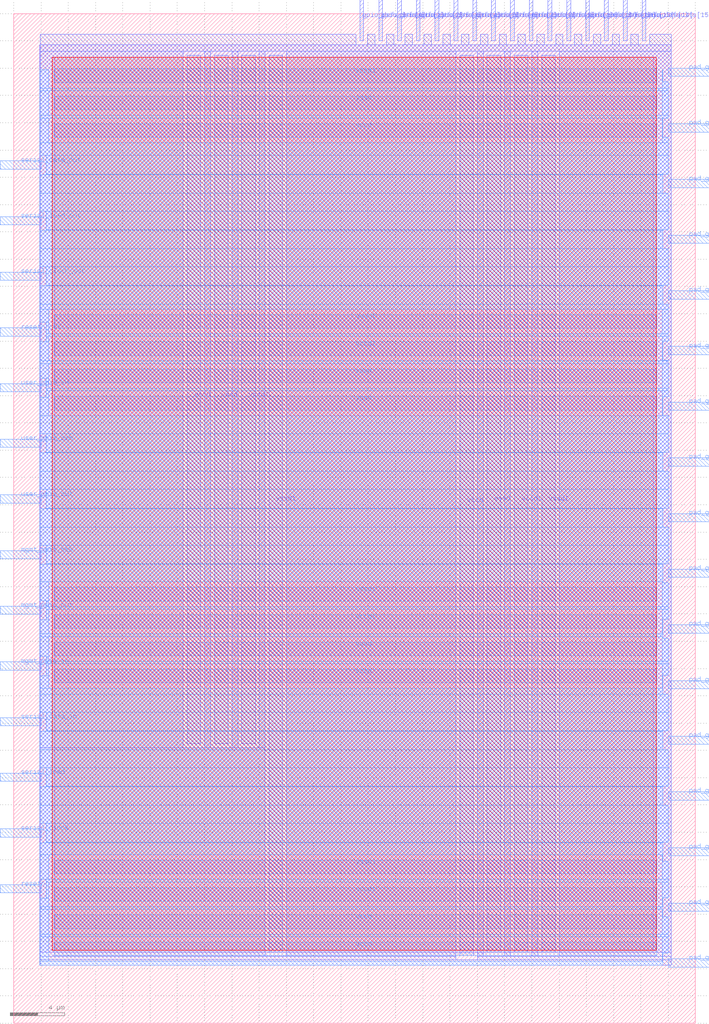
<source format=lef>
VERSION 5.7 ;
  NOWIREEXTENSIONATPIN ON ;
  DIVIDERCHAR "/" ;
  BUSBITCHARS "[]" ;
MACRO gpio_control_block_mgmt_monitor
  CLASS BLOCK ;
  FOREIGN gpio_control_block_mgmt_monitor ;
  ORIGIN 0.000 0.000 ;
  SIZE 50.000 BY 74.000 ;
  PIN gpio_defaults[0]
    DIRECTION INPUT ;
    USE SIGNAL ;
    ANTENNAGATEAREA 0.126000 ;
    PORT
      LAYER met2 ;
        RECT 25.390 72.000 25.670 75.000 ;
    END
  END gpio_defaults[0]
  PIN gpio_defaults[10]
    DIRECTION INPUT ;
    USE SIGNAL ;
    ANTENNAGATEAREA 0.126000 ;
    PORT
      LAYER met2 ;
        RECT 39.190 72.000 39.470 75.000 ;
    END
  END gpio_defaults[10]
  PIN gpio_defaults[11]
    DIRECTION INPUT ;
    USE SIGNAL ;
    ANTENNAGATEAREA 0.126000 ;
    PORT
      LAYER met2 ;
        RECT 40.570 72.000 40.850 75.000 ;
    END
  END gpio_defaults[11]
  PIN gpio_defaults[12]
    DIRECTION INPUT ;
    USE SIGNAL ;
    ANTENNAGATEAREA 0.126000 ;
    PORT
      LAYER met2 ;
        RECT 41.950 72.000 42.230 75.000 ;
    END
  END gpio_defaults[12]
  PIN gpio_defaults[13]
    DIRECTION INPUT ;
    USE SIGNAL ;
    ANTENNAGATEAREA 0.196500 ;
    PORT
      LAYER met2 ;
        RECT 43.330 72.000 43.610 75.000 ;
    END
  END gpio_defaults[13]
  PIN gpio_defaults[14]
    DIRECTION INPUT ;
    USE SIGNAL ;
    PORT
      LAYER met2 ;
        RECT 44.710 72.000 44.990 75.000 ;
    END
  END gpio_defaults[14]
  PIN gpio_defaults[15]
    DIRECTION INPUT ;
    USE SIGNAL ;
    ANTENNAGATEAREA 0.196500 ;
    PORT
      LAYER met2 ;
        RECT 46.090 72.000 46.370 75.000 ;
    END
  END gpio_defaults[15]
  PIN gpio_defaults[1]
    DIRECTION INPUT ;
    USE SIGNAL ;
    PORT
      LAYER met2 ;
        RECT 26.770 72.000 27.050 75.000 ;
    END
  END gpio_defaults[1]
  PIN gpio_defaults[2]
    DIRECTION INPUT ;
    USE SIGNAL ;
    ANTENNAGATEAREA 0.126000 ;
    PORT
      LAYER met2 ;
        RECT 28.150 72.000 28.430 75.000 ;
    END
  END gpio_defaults[2]
  PIN gpio_defaults[3]
    DIRECTION INPUT ;
    USE SIGNAL ;
    ANTENNAGATEAREA 0.126000 ;
    PORT
      LAYER met2 ;
        RECT 29.530 72.000 29.810 75.000 ;
    END
  END gpio_defaults[3]
  PIN gpio_defaults[4]
    DIRECTION INPUT ;
    USE SIGNAL ;
    ANTENNAGATEAREA 0.126000 ;
    PORT
      LAYER met2 ;
        RECT 30.910 72.000 31.190 75.000 ;
    END
  END gpio_defaults[4]
  PIN gpio_defaults[5]
    DIRECTION INPUT ;
    USE SIGNAL ;
    ANTENNAGATEAREA 0.126000 ;
    PORT
      LAYER met2 ;
        RECT 32.290 72.000 32.570 75.000 ;
    END
  END gpio_defaults[5]
  PIN gpio_defaults[6]
    DIRECTION INPUT ;
    USE SIGNAL ;
    ANTENNAGATEAREA 0.126000 ;
    PORT
      LAYER met2 ;
        RECT 33.670 72.000 33.950 75.000 ;
    END
  END gpio_defaults[6]
  PIN gpio_defaults[7]
    DIRECTION INPUT ;
    USE SIGNAL ;
    ANTENNAGATEAREA 0.126000 ;
    PORT
      LAYER met2 ;
        RECT 35.050 72.000 35.330 75.000 ;
    END
  END gpio_defaults[7]
  PIN gpio_defaults[8]
    DIRECTION INPUT ;
    USE SIGNAL ;
    ANTENNAGATEAREA 0.126000 ;
    PORT
      LAYER met2 ;
        RECT 36.430 72.000 36.710 75.000 ;
    END
  END gpio_defaults[8]
  PIN gpio_defaults[9]
    DIRECTION INPUT ;
    USE SIGNAL ;
    ANTENNAGATEAREA 0.126000 ;
    PORT
      LAYER met2 ;
        RECT 37.810 72.000 38.090 75.000 ;
    END
  END gpio_defaults[9]
  PIN mgmt_gpio_in
    DIRECTION OUTPUT ;
    USE SIGNAL ;
    ANTENNADIFFAREA 2.673000 ;
    PORT
      LAYER met3 ;
        RECT -1.000 25.880 2.000 26.480 ;
    END
  END mgmt_gpio_in
  PIN mgmt_gpio_oeb
    DIRECTION INPUT ;
    USE SIGNAL ;
    ANTENNAGATEAREA 0.196500 ;
    PORT
      LAYER met3 ;
        RECT -1.000 34.040 2.000 34.640 ;
    END
  END mgmt_gpio_oeb
  PIN mgmt_gpio_out
    DIRECTION INPUT ;
    USE SIGNAL ;
    ANTENNAGATEAREA 0.196500 ;
    PORT
      LAYER met3 ;
        RECT -1.000 29.960 2.000 30.560 ;
    END
  END mgmt_gpio_out
  PIN pad_gpio_ana_en
    DIRECTION OUTPUT ;
    USE SIGNAL ;
    ANTENNADIFFAREA 2.673000 ;
    PORT
      LAYER met3 ;
        RECT 48.000 16.360 51.000 16.960 ;
    END
  END pad_gpio_ana_en
  PIN pad_gpio_ana_pol
    DIRECTION OUTPUT ;
    USE SIGNAL ;
    ANTENNADIFFAREA 2.673000 ;
    PORT
      LAYER met3 ;
        RECT 48.000 28.600 51.000 29.200 ;
    END
  END pad_gpio_ana_pol
  PIN pad_gpio_ana_sel
    DIRECTION OUTPUT ;
    USE SIGNAL ;
    ANTENNADIFFAREA 2.673000 ;
    PORT
      LAYER met3 ;
        RECT 48.000 36.760 51.000 37.360 ;
    END
  END pad_gpio_ana_sel
  PIN pad_gpio_dm[0]
    DIRECTION OUTPUT ;
    USE SIGNAL ;
    ANTENNADIFFAREA 2.673000 ;
    PORT
      LAYER met3 ;
        RECT 48.000 20.440 51.000 21.040 ;
    END
  END pad_gpio_dm[0]
  PIN pad_gpio_dm[1]
    DIRECTION OUTPUT ;
    USE SIGNAL ;
    ANTENNADIFFAREA 2.673000 ;
    PORT
      LAYER met3 ;
        RECT 48.000 12.280 51.000 12.880 ;
    END
  END pad_gpio_dm[1]
  PIN pad_gpio_dm[2]
    DIRECTION OUTPUT ;
    USE SIGNAL ;
    ANTENNADIFFAREA 2.673000 ;
    PORT
      LAYER met3 ;
        RECT 48.000 49.000 51.000 49.600 ;
    END
  END pad_gpio_dm[2]
  PIN pad_gpio_holdover
    DIRECTION OUTPUT ;
    USE SIGNAL ;
    ANTENNADIFFAREA 2.673000 ;
    PORT
      LAYER met3 ;
        RECT 48.000 53.080 51.000 53.680 ;
    END
  END pad_gpio_holdover
  PIN pad_gpio_hys_trim
    DIRECTION OUTPUT ;
    USE SIGNAL ;
    ANTENNADIFFAREA 2.673000 ;
    PORT
      LAYER met3 ;
        RECT 48.000 44.920 51.000 45.520 ;
    END
  END pad_gpio_hys_trim
  PIN pad_gpio_ib_mode_sel
    DIRECTION OUTPUT ;
    USE SIGNAL ;
    ANTENNADIFFAREA 2.673000 ;
    PORT
      LAYER met3 ;
        RECT 48.000 65.320 51.000 65.920 ;
    END
  END pad_gpio_ib_mode_sel
  PIN pad_gpio_in
    DIRECTION INPUT ;
    USE SIGNAL ;
    ANTENNAGATEAREA 0.196500 ;
    PORT
      LAYER met3 ;
        RECT 48.000 4.120 51.000 4.720 ;
    END
  END pad_gpio_in
  PIN pad_gpio_inenb
    DIRECTION OUTPUT ;
    USE SIGNAL ;
    ANTENNADIFFAREA 2.673000 ;
    PORT
      LAYER met3 ;
        RECT 48.000 32.680 51.000 33.280 ;
    END
  END pad_gpio_inenb
  PIN pad_gpio_out
    DIRECTION OUTPUT ;
    USE SIGNAL ;
    ANTENNADIFFAREA 2.673000 ;
    PORT
      LAYER met3 ;
        RECT 48.000 57.160 51.000 57.760 ;
    END
  END pad_gpio_out
  PIN pad_gpio_outenb
    DIRECTION OUTPUT ;
    USE SIGNAL ;
    ANTENNADIFFAREA 2.673000 ;
    PORT
      LAYER met3 ;
        RECT 48.000 69.400 51.000 70.000 ;
    END
  END pad_gpio_outenb
  PIN pad_gpio_slew_ctl[0]
    DIRECTION OUTPUT ;
    USE SIGNAL ;
    ANTENNADIFFAREA 2.673000 ;
    PORT
      LAYER met3 ;
        RECT 48.000 24.520 51.000 25.120 ;
    END
  END pad_gpio_slew_ctl[0]
  PIN pad_gpio_slew_ctl[1]
    DIRECTION OUTPUT ;
    USE SIGNAL ;
    PORT
      LAYER met3 ;
        RECT 48.000 40.840 51.000 41.440 ;
    END
  END pad_gpio_slew_ctl[1]
  PIN pad_gpio_slow_sel
    DIRECTION OUTPUT ;
    USE SIGNAL ;
    ANTENNADIFFAREA 2.673000 ;
    PORT
      LAYER met3 ;
        RECT 48.000 8.200 51.000 8.800 ;
    END
  END pad_gpio_slow_sel
  PIN pad_gpio_vtrip_sel
    DIRECTION OUTPUT ;
    USE SIGNAL ;
    ANTENNADIFFAREA 2.673000 ;
    PORT
      LAYER met3 ;
        RECT 48.000 61.240 51.000 61.840 ;
    END
  END pad_gpio_vtrip_sel
  PIN resetn
    DIRECTION INPUT ;
    USE SIGNAL ;
    ANTENNAGATEAREA 0.639000 ;
    PORT
      LAYER met3 ;
        RECT -1.000 9.560 2.000 10.160 ;
    END
  END resetn
  PIN resetn_out
    DIRECTION OUTPUT ;
    USE SIGNAL ;
    ANTENNADIFFAREA 1.590400 ;
    PORT
      LAYER met3 ;
        RECT -1.000 50.360 2.000 50.960 ;
    END
  END resetn_out
  PIN serial_clock
    DIRECTION INPUT ;
    USE SIGNAL ;
    ANTENNAGATEAREA 3.465000 ;
    PORT
      LAYER met3 ;
        RECT -1.000 13.640 2.000 14.240 ;
    END
  END serial_clock
  PIN serial_clock_out
    DIRECTION OUTPUT ;
    USE SIGNAL ;
    ANTENNADIFFAREA 1.590400 ;
    PORT
      LAYER met3 ;
        RECT -1.000 54.440 2.000 55.040 ;
    END
  END serial_clock_out
  PIN serial_data_in
    DIRECTION INPUT ;
    USE SIGNAL ;
    ANTENNAGATEAREA 0.196500 ;
    PORT
      LAYER met3 ;
        RECT -1.000 21.800 2.000 22.400 ;
    END
  END serial_data_in
  PIN serial_data_out
    DIRECTION OUTPUT ;
    USE SIGNAL ;
    ANTENNADIFFAREA 2.673000 ;
    PORT
      LAYER met3 ;
        RECT -1.000 62.600 2.000 63.200 ;
    END
  END serial_data_out
  PIN serial_load
    DIRECTION INPUT ;
    USE SIGNAL ;
    ANTENNAGATEAREA 7.356000 ;
    PORT
      LAYER met3 ;
        RECT -1.000 17.720 2.000 18.320 ;
    END
  END serial_load
  PIN serial_load_out
    DIRECTION OUTPUT ;
    USE SIGNAL ;
    ANTENNADIFFAREA 1.590400 ;
    PORT
      LAYER met3 ;
        RECT -1.000 58.520 2.000 59.120 ;
    END
  END serial_load_out
  PIN user_gpio_in
    DIRECTION OUTPUT ;
    USE SIGNAL ;
    ANTENNADIFFAREA 2.673000 ;
    PORT
      LAYER met3 ;
        RECT -1.000 46.280 2.000 46.880 ;
    END
  END user_gpio_in
  PIN user_gpio_oeb
    DIRECTION INPUT ;
    USE SIGNAL ;
    ANTENNAGATEAREA 0.196500 ;
    PORT
      LAYER met3 ;
        RECT -1.000 42.200 2.000 42.800 ;
    END
  END user_gpio_oeb
  PIN user_gpio_out
    DIRECTION INPUT ;
    USE SIGNAL ;
    ANTENNAGATEAREA 0.196500 ;
    PORT
      LAYER met3 ;
        RECT -1.000 38.120 2.000 38.720 ;
    END
  END user_gpio_out
  PIN vccd
    DIRECTION INOUT ;
    USE POWER ;
    PORT
      LAYER met2 ;
        RECT 12.720 20.470 13.720 70.960 ;
    END
    PORT
      LAYER met2 ;
        RECT 32.720 4.940 33.720 70.960 ;
    END
    PORT
      LAYER met3 ;
        RECT 2.980 4.940 47.160 5.940 ;
    END
    PORT
      LAYER met3 ;
        RECT 2.980 24.940 47.160 25.940 ;
    END
    PORT
      LAYER met3 ;
        RECT 2.980 44.940 47.160 45.940 ;
    END
    PORT
      LAYER met3 ;
        RECT 2.980 64.940 47.160 65.940 ;
    END
  END vccd
  PIN vccd1
    DIRECTION INOUT ;
    USE POWER ;
    PORT
      LAYER met2 ;
        RECT 16.720 20.470 17.720 70.960 ;
    END
    PORT
      LAYER met2 ;
        RECT 36.720 5.200 37.720 70.960 ;
    END
    PORT
      LAYER met3 ;
        RECT 2.980 8.940 47.160 9.940 ;
    END
    PORT
      LAYER met3 ;
        RECT 2.980 28.940 47.160 29.940 ;
    END
    PORT
      LAYER met3 ;
        RECT 2.980 48.940 47.160 49.940 ;
    END
    PORT
      LAYER met3 ;
        RECT 2.980 68.940 47.160 69.940 ;
    END
  END vccd1
  PIN vssd
    DIRECTION INOUT ;
    USE GROUND ;
    PORT
      LAYER met2 ;
        RECT 14.720 20.470 15.720 70.960 ;
    END
    PORT
      LAYER met2 ;
        RECT 34.720 5.200 35.720 70.960 ;
    END
    PORT
      LAYER met3 ;
        RECT 2.980 6.940 47.160 7.940 ;
    END
    PORT
      LAYER met3 ;
        RECT 2.980 26.940 47.160 27.940 ;
    END
    PORT
      LAYER met3 ;
        RECT 2.980 46.940 47.160 47.940 ;
    END
    PORT
      LAYER met3 ;
        RECT 2.980 66.940 47.160 67.940 ;
    END
  END vssd
  PIN vssd1
    DIRECTION INOUT ;
    USE GROUND ;
    PORT
      LAYER met2 ;
        RECT 18.720 5.200 19.720 70.960 ;
    END
    PORT
      LAYER met2 ;
        RECT 38.720 5.200 39.720 70.960 ;
    END
    PORT
      LAYER met3 ;
        RECT 2.980 10.940 47.160 11.940 ;
    END
    PORT
      LAYER met3 ;
        RECT 2.980 30.940 47.160 31.940 ;
    END
    PORT
      LAYER met3 ;
        RECT 2.980 50.940 47.160 51.940 ;
    END
  END vssd1
  OBS
      LAYER nwell ;
        RECT 2.810 5.355 47.110 70.805 ;
      LAYER li1 ;
        RECT 3.000 5.355 46.920 70.805 ;
      LAYER met1 ;
        RECT 1.910 5.200 48.230 71.700 ;
      LAYER met2 ;
        RECT 1.930 71.720 25.110 72.490 ;
        RECT 25.950 71.720 26.490 72.490 ;
        RECT 27.330 71.720 27.870 72.490 ;
        RECT 28.710 71.720 29.250 72.490 ;
        RECT 30.090 71.720 30.630 72.490 ;
        RECT 31.470 71.720 32.010 72.490 ;
        RECT 32.850 71.720 33.390 72.490 ;
        RECT 34.230 71.720 34.770 72.490 ;
        RECT 35.610 71.720 36.150 72.490 ;
        RECT 36.990 71.720 37.530 72.490 ;
        RECT 38.370 71.720 38.910 72.490 ;
        RECT 39.750 71.720 40.290 72.490 ;
        RECT 41.130 71.720 41.670 72.490 ;
        RECT 42.510 71.720 43.050 72.490 ;
        RECT 43.890 71.720 44.430 72.490 ;
        RECT 45.270 71.720 45.810 72.490 ;
        RECT 46.650 71.720 48.210 72.490 ;
        RECT 1.930 71.240 48.210 71.720 ;
        RECT 1.930 20.190 12.440 71.240 ;
        RECT 14.000 20.190 14.440 71.240 ;
        RECT 16.000 20.190 16.440 71.240 ;
        RECT 18.000 20.190 18.440 71.240 ;
        RECT 1.930 4.920 18.440 20.190 ;
        RECT 20.000 4.920 32.440 71.240 ;
        RECT 1.930 4.660 32.440 4.920 ;
        RECT 34.000 4.920 34.440 71.240 ;
        RECT 36.000 4.920 36.440 71.240 ;
        RECT 38.000 4.920 38.440 71.240 ;
        RECT 40.000 4.920 48.210 71.240 ;
        RECT 34.000 4.660 48.210 4.920 ;
        RECT 1.930 4.235 48.210 4.660 ;
      LAYER met3 ;
        RECT 1.905 68.540 2.580 69.865 ;
        RECT 47.560 69.000 47.600 69.865 ;
        RECT 47.560 68.540 48.000 69.000 ;
        RECT 1.905 68.340 48.000 68.540 ;
        RECT 1.905 66.540 2.580 68.340 ;
        RECT 47.560 66.540 48.000 68.340 ;
        RECT 1.905 66.340 48.000 66.540 ;
        RECT 1.905 64.540 2.580 66.340 ;
        RECT 47.560 66.320 48.000 66.340 ;
        RECT 47.560 64.920 47.600 66.320 ;
        RECT 47.560 64.540 48.000 64.920 ;
        RECT 1.905 63.600 48.000 64.540 ;
        RECT 2.400 62.240 48.000 63.600 ;
        RECT 2.400 62.200 47.600 62.240 ;
        RECT 1.905 60.840 47.600 62.200 ;
        RECT 1.905 59.520 48.000 60.840 ;
        RECT 2.400 58.160 48.000 59.520 ;
        RECT 2.400 58.120 47.600 58.160 ;
        RECT 1.905 56.760 47.600 58.120 ;
        RECT 1.905 55.440 48.000 56.760 ;
        RECT 2.400 54.080 48.000 55.440 ;
        RECT 2.400 54.040 47.600 54.080 ;
        RECT 1.905 52.680 47.600 54.040 ;
        RECT 1.905 52.340 48.000 52.680 ;
        RECT 1.905 51.360 2.580 52.340 ;
        RECT 2.400 50.540 2.580 51.360 ;
        RECT 47.560 50.540 48.000 52.340 ;
        RECT 2.400 50.340 48.000 50.540 ;
        RECT 2.400 49.960 2.580 50.340 ;
        RECT 1.905 48.540 2.580 49.960 ;
        RECT 47.560 50.000 48.000 50.340 ;
        RECT 47.560 48.600 47.600 50.000 ;
        RECT 47.560 48.540 48.000 48.600 ;
        RECT 1.905 48.340 48.000 48.540 ;
        RECT 1.905 47.280 2.580 48.340 ;
        RECT 2.400 46.540 2.580 47.280 ;
        RECT 47.560 46.540 48.000 48.340 ;
        RECT 2.400 46.340 48.000 46.540 ;
        RECT 2.400 45.880 2.580 46.340 ;
        RECT 1.905 44.540 2.580 45.880 ;
        RECT 47.560 45.920 48.000 46.340 ;
        RECT 47.560 44.540 47.600 45.920 ;
        RECT 1.905 44.520 47.600 44.540 ;
        RECT 1.905 43.200 48.000 44.520 ;
        RECT 2.400 41.840 48.000 43.200 ;
        RECT 2.400 41.800 47.600 41.840 ;
        RECT 1.905 40.440 47.600 41.800 ;
        RECT 1.905 39.120 48.000 40.440 ;
        RECT 2.400 37.760 48.000 39.120 ;
        RECT 2.400 37.720 47.600 37.760 ;
        RECT 1.905 36.360 47.600 37.720 ;
        RECT 1.905 35.040 48.000 36.360 ;
        RECT 2.400 33.680 48.000 35.040 ;
        RECT 2.400 33.640 47.600 33.680 ;
        RECT 1.905 32.340 47.600 33.640 ;
        RECT 1.905 30.960 2.580 32.340 ;
        RECT 2.400 30.540 2.580 30.960 ;
        RECT 47.560 32.280 47.600 32.340 ;
        RECT 47.560 30.540 48.000 32.280 ;
        RECT 2.400 30.340 48.000 30.540 ;
        RECT 2.400 29.560 2.580 30.340 ;
        RECT 1.905 28.540 2.580 29.560 ;
        RECT 47.560 29.600 48.000 30.340 ;
        RECT 47.560 28.540 47.600 29.600 ;
        RECT 1.905 28.340 47.600 28.540 ;
        RECT 1.905 26.880 2.580 28.340 ;
        RECT 2.400 26.540 2.580 26.880 ;
        RECT 47.560 28.200 47.600 28.340 ;
        RECT 47.560 26.540 48.000 28.200 ;
        RECT 2.400 26.340 48.000 26.540 ;
        RECT 2.400 25.480 2.580 26.340 ;
        RECT 1.905 24.540 2.580 25.480 ;
        RECT 47.560 25.520 48.000 26.340 ;
        RECT 47.560 24.540 47.600 25.520 ;
        RECT 1.905 24.120 47.600 24.540 ;
        RECT 1.905 22.800 48.000 24.120 ;
        RECT 2.400 21.440 48.000 22.800 ;
        RECT 2.400 21.400 47.600 21.440 ;
        RECT 1.905 20.040 47.600 21.400 ;
        RECT 1.905 18.720 48.000 20.040 ;
        RECT 2.400 17.360 48.000 18.720 ;
        RECT 2.400 17.320 47.600 17.360 ;
        RECT 1.905 15.960 47.600 17.320 ;
        RECT 1.905 14.640 48.000 15.960 ;
        RECT 2.400 13.280 48.000 14.640 ;
        RECT 2.400 13.240 47.600 13.280 ;
        RECT 1.905 12.340 47.600 13.240 ;
        RECT 1.905 10.560 2.580 12.340 ;
        RECT 2.400 10.540 2.580 10.560 ;
        RECT 47.560 11.880 47.600 12.340 ;
        RECT 47.560 10.540 48.000 11.880 ;
        RECT 2.400 10.340 48.000 10.540 ;
        RECT 2.400 9.160 2.580 10.340 ;
        RECT 1.905 8.540 2.580 9.160 ;
        RECT 47.560 9.200 48.000 10.340 ;
        RECT 47.560 8.540 47.600 9.200 ;
        RECT 1.905 8.340 47.600 8.540 ;
        RECT 1.905 6.540 2.580 8.340 ;
        RECT 47.560 7.800 47.600 8.340 ;
        RECT 47.560 6.540 48.000 7.800 ;
        RECT 1.905 6.340 48.000 6.540 ;
        RECT 1.905 4.540 2.580 6.340 ;
        RECT 47.560 5.120 48.000 6.340 ;
        RECT 47.560 4.540 47.600 5.120 ;
        RECT 1.905 4.255 47.600 4.540 ;
  END
END gpio_control_block_mgmt_monitor
END LIBRARY


</source>
